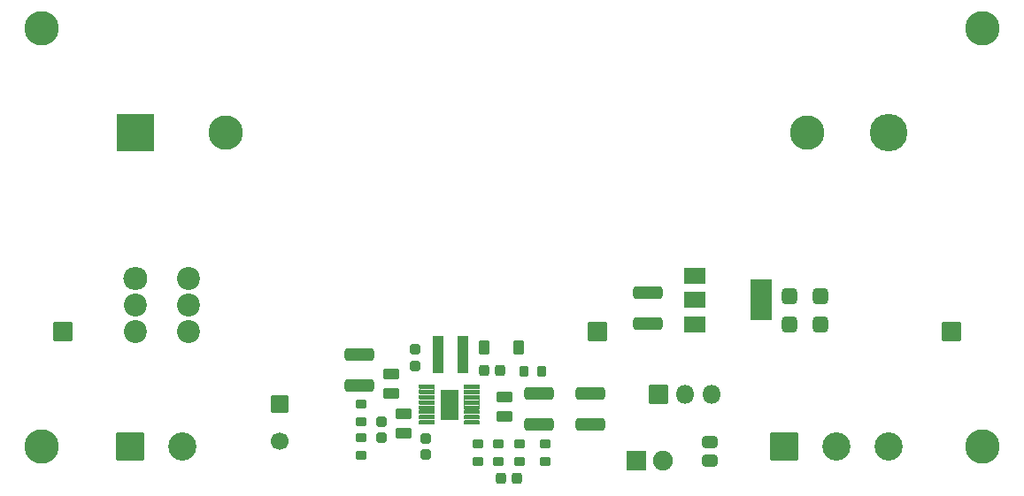
<source format=gts>
G04 #@! TF.GenerationSoftware,KiCad,Pcbnew,(6.0.0)*
G04 #@! TF.CreationDate,2022-01-21T19:36:15+00:00*
G04 #@! TF.ProjectId,MaxPower,4d617850-6f77-4657-922e-6b696361645f,rev?*
G04 #@! TF.SameCoordinates,Original*
G04 #@! TF.FileFunction,Soldermask,Top*
G04 #@! TF.FilePolarity,Negative*
%FSLAX46Y46*%
G04 Gerber Fmt 4.6, Leading zero omitted, Abs format (unit mm)*
G04 Created by KiCad (PCBNEW (6.0.0)) date 2022-01-21 19:36:15*
%MOMM*%
%LPD*%
G01*
G04 APERTURE LIST*
G04 Aperture macros list*
%AMRoundRect*
0 Rectangle with rounded corners*
0 $1 Rounding radius*
0 $2 $3 $4 $5 $6 $7 $8 $9 X,Y pos of 4 corners*
0 Add a 4 corners polygon primitive as box body*
4,1,4,$2,$3,$4,$5,$6,$7,$8,$9,$2,$3,0*
0 Add four circle primitives for the rounded corners*
1,1,$1+$1,$2,$3*
1,1,$1+$1,$4,$5*
1,1,$1+$1,$6,$7*
1,1,$1+$1,$8,$9*
0 Add four rect primitives between the rounded corners*
20,1,$1+$1,$2,$3,$4,$5,0*
20,1,$1+$1,$4,$5,$6,$7,0*
20,1,$1+$1,$6,$7,$8,$9,0*
20,1,$1+$1,$8,$9,$2,$3,0*%
G04 Aperture macros list end*
%ADD10RoundRect,0.050000X-1.000000X-0.750000X1.000000X-0.750000X1.000000X0.750000X-1.000000X0.750000X0*%
%ADD11RoundRect,0.050000X-1.000000X-1.900000X1.000000X-1.900000X1.000000X1.900000X-1.000000X1.900000X0*%
%ADD12RoundRect,0.050000X-1.300000X-1.300000X1.300000X-1.300000X1.300000X1.300000X-1.300000X1.300000X0*%
%ADD13C,2.700000*%
%ADD14RoundRect,0.275000X0.225000X0.250000X-0.225000X0.250000X-0.225000X-0.250000X0.225000X-0.250000X0*%
%ADD15RoundRect,0.300000X-0.475000X0.250000X-0.475000X-0.250000X0.475000X-0.250000X0.475000X0.250000X0*%
%ADD16RoundRect,0.275000X-0.250000X0.225000X-0.250000X-0.225000X0.250000X-0.225000X0.250000X0.225000X0*%
%ADD17O,2.300000X2.200000*%
%ADD18C,2.200000*%
%ADD19RoundRect,0.300000X-0.425000X0.450000X-0.425000X-0.450000X0.425000X-0.450000X0.425000X0.450000X0*%
%ADD20RoundRect,0.300000X-1.100000X0.325000X-1.100000X-0.325000X1.100000X-0.325000X1.100000X0.325000X0*%
%ADD21RoundRect,0.050000X-0.850000X-0.850000X0.850000X-0.850000X0.850000X0.850000X-0.850000X0.850000X0*%
%ADD22RoundRect,0.250000X-0.275000X0.200000X-0.275000X-0.200000X0.275000X-0.200000X0.275000X0.200000X0*%
%ADD23C,3.300000*%
%ADD24RoundRect,0.050000X-0.800000X0.800000X-0.800000X-0.800000X0.800000X-0.800000X0.800000X0.800000X0*%
%ADD25C,1.700000*%
%ADD26RoundRect,0.250000X0.275000X-0.200000X0.275000X0.200000X-0.275000X0.200000X-0.275000X-0.200000X0*%
%ADD27RoundRect,0.050000X-1.750000X-1.750000X1.750000X-1.750000X1.750000X1.750000X-1.750000X1.750000X0*%
%ADD28C,3.600000*%
%ADD29RoundRect,0.125000X-0.650000X-0.075000X0.650000X-0.075000X0.650000X0.075000X-0.650000X0.075000X0*%
%ADD30RoundRect,0.050000X-0.825500X-1.422500X0.825500X-1.422500X0.825500X1.422500X-0.825500X1.422500X0*%
%ADD31RoundRect,0.050000X0.850000X-0.850000X0.850000X0.850000X-0.850000X0.850000X-0.850000X-0.850000X0*%
%ADD32O,1.800000X1.800000*%
%ADD33RoundRect,0.050000X-0.900000X-0.900000X0.900000X-0.900000X0.900000X0.900000X-0.900000X0.900000X0*%
%ADD34C,1.900000*%
%ADD35RoundRect,0.300000X-0.450000X0.262500X-0.450000X-0.262500X0.450000X-0.262500X0.450000X0.262500X0*%
%ADD36RoundRect,0.300000X0.475000X-0.250000X0.475000X0.250000X-0.475000X0.250000X-0.475000X-0.250000X0*%
%ADD37RoundRect,0.300000X1.100000X-0.325000X1.100000X0.325000X-1.100000X0.325000X-1.100000X-0.325000X0*%
%ADD38RoundRect,0.050000X0.450000X0.600000X-0.450000X0.600000X-0.450000X-0.600000X0.450000X-0.600000X0*%
%ADD39RoundRect,0.050000X-0.490000X-1.700000X0.490000X-1.700000X0.490000X1.700000X-0.490000X1.700000X0*%
%ADD40RoundRect,0.250000X0.200000X0.275000X-0.200000X0.275000X-0.200000X-0.275000X0.200000X-0.275000X0*%
%ADD41RoundRect,0.275000X-0.225000X-0.250000X0.225000X-0.250000X0.225000X0.250000X-0.225000X0.250000X0*%
G04 APERTURE END LIST*
D10*
X167500000Y-128700000D03*
X167500000Y-131000000D03*
D11*
X173800000Y-131000000D03*
D10*
X167500000Y-133300000D03*
D12*
X113500000Y-145000000D03*
D13*
X118500000Y-145000000D03*
D14*
X150475000Y-148100000D03*
X148925000Y-148100000D03*
D15*
X139600000Y-141850000D03*
X139600000Y-143750000D03*
D16*
X137500000Y-142625000D03*
X137500000Y-144175000D03*
X140700000Y-135725000D03*
X140700000Y-137275000D03*
D17*
X113960000Y-128960000D03*
D18*
X113960000Y-131500000D03*
X113960000Y-134040000D03*
X119040000Y-134040000D03*
X119040000Y-131500000D03*
X119040000Y-128960000D03*
D19*
X176500000Y-130650000D03*
X176500000Y-133350000D03*
D20*
X152600000Y-139975000D03*
X152600000Y-142925000D03*
D21*
X158200000Y-134000000D03*
D22*
X146700000Y-144775000D03*
X146700000Y-146425000D03*
D15*
X149300000Y-140250000D03*
X149300000Y-142150000D03*
D19*
X179500000Y-130650000D03*
X179500000Y-133350000D03*
D23*
X195000000Y-105000000D03*
X105000000Y-105000000D03*
D16*
X141750000Y-144225000D03*
X141750000Y-145775000D03*
D24*
X127762000Y-140970000D03*
D25*
X127762000Y-144470000D03*
D26*
X150700000Y-146425000D03*
X150700000Y-144775000D03*
D23*
X178255000Y-115000000D03*
X122645000Y-115000000D03*
D27*
X114000000Y-115000000D03*
D28*
X186000000Y-115000000D03*
D29*
X141850000Y-139250000D03*
X141850000Y-139750000D03*
X141850000Y-140250000D03*
X141850000Y-140750000D03*
X141850000Y-141250000D03*
X141850000Y-141750000D03*
X141850000Y-142250000D03*
X141850000Y-142750000D03*
X146150000Y-142750000D03*
X146150000Y-142250000D03*
X146150000Y-141750000D03*
X146150000Y-141250000D03*
X146150000Y-140750000D03*
X146150000Y-140250000D03*
X146150000Y-139750000D03*
X146150000Y-139250000D03*
D30*
X144000000Y-141000000D03*
D31*
X164000000Y-140000000D03*
D32*
X166540000Y-140000000D03*
X169080000Y-140000000D03*
D33*
X161900000Y-146400000D03*
D34*
X164440000Y-146400000D03*
D35*
X168900000Y-144587500D03*
X168900000Y-146412500D03*
D36*
X138400000Y-139950000D03*
X138400000Y-138050000D03*
D20*
X157500000Y-139975000D03*
X157500000Y-142925000D03*
D37*
X135400000Y-139192000D03*
X135400000Y-136242000D03*
D38*
X150650000Y-135500000D03*
X147350000Y-135500000D03*
D37*
X163000000Y-133275000D03*
X163000000Y-130325000D03*
D22*
X153200000Y-144775000D03*
X153200000Y-146425000D03*
D23*
X195000000Y-145000000D03*
D39*
X142915000Y-136250000D03*
X145285000Y-136250000D03*
D23*
X105000000Y-145000000D03*
D21*
X107000000Y-134000000D03*
D22*
X135600000Y-144175000D03*
X135600000Y-145825000D03*
D26*
X148700000Y-146425000D03*
X148700000Y-144775000D03*
D40*
X152825000Y-137800000D03*
X151175000Y-137800000D03*
D12*
X176000000Y-145000000D03*
D13*
X181000000Y-145000000D03*
X186000000Y-145000000D03*
D41*
X147325000Y-137750000D03*
X148875000Y-137750000D03*
D21*
X192000000Y-134000000D03*
D22*
X135600000Y-140975000D03*
X135600000Y-142625000D03*
G36*
X145418024Y-142415267D02*
G01*
X145452944Y-142438600D01*
X145500199Y-142448000D01*
X146799801Y-142448000D01*
X146847056Y-142438600D01*
X146881976Y-142415267D01*
X146883972Y-142415136D01*
X146885083Y-142416799D01*
X146884750Y-142418041D01*
X146876550Y-142430314D01*
X146855433Y-142497753D01*
X146876559Y-142569700D01*
X146884750Y-142581959D01*
X146884881Y-142583955D01*
X146883218Y-142585066D01*
X146881976Y-142584733D01*
X146847056Y-142561400D01*
X146799801Y-142552000D01*
X145500199Y-142552000D01*
X145452944Y-142561400D01*
X145418024Y-142584733D01*
X145416028Y-142584864D01*
X145414917Y-142583201D01*
X145415250Y-142581959D01*
X145423450Y-142569686D01*
X145444567Y-142502247D01*
X145423441Y-142430300D01*
X145415250Y-142418041D01*
X145415119Y-142416045D01*
X145416782Y-142414934D01*
X145418024Y-142415267D01*
G37*
G36*
X141118024Y-142415267D02*
G01*
X141152944Y-142438600D01*
X141200199Y-142448000D01*
X142499801Y-142448000D01*
X142547056Y-142438600D01*
X142581976Y-142415267D01*
X142583972Y-142415136D01*
X142585083Y-142416799D01*
X142584750Y-142418041D01*
X142576550Y-142430314D01*
X142555433Y-142497753D01*
X142576559Y-142569700D01*
X142584750Y-142581959D01*
X142584881Y-142583955D01*
X142583218Y-142585066D01*
X142581976Y-142584733D01*
X142547056Y-142561400D01*
X142499801Y-142552000D01*
X141200199Y-142552000D01*
X141152944Y-142561400D01*
X141118024Y-142584733D01*
X141116028Y-142584864D01*
X141114917Y-142583201D01*
X141115250Y-142581959D01*
X141123450Y-142569686D01*
X141144567Y-142502247D01*
X141123441Y-142430300D01*
X141115250Y-142418041D01*
X141115119Y-142416045D01*
X141116782Y-142414934D01*
X141118024Y-142415267D01*
G37*
G36*
X141118024Y-141915267D02*
G01*
X141152944Y-141938600D01*
X141200199Y-141948000D01*
X142499801Y-141948000D01*
X142547056Y-141938600D01*
X142581976Y-141915267D01*
X142583972Y-141915136D01*
X142585083Y-141916799D01*
X142584750Y-141918041D01*
X142576550Y-141930314D01*
X142555433Y-141997753D01*
X142576559Y-142069700D01*
X142584750Y-142081959D01*
X142584881Y-142083955D01*
X142583218Y-142085066D01*
X142581976Y-142084733D01*
X142547056Y-142061400D01*
X142499801Y-142052000D01*
X141200199Y-142052000D01*
X141152944Y-142061400D01*
X141118024Y-142084733D01*
X141116028Y-142084864D01*
X141114917Y-142083201D01*
X141115250Y-142081959D01*
X141123450Y-142069686D01*
X141144567Y-142002247D01*
X141123441Y-141930300D01*
X141115250Y-141918041D01*
X141115119Y-141916045D01*
X141116782Y-141914934D01*
X141118024Y-141915267D01*
G37*
G36*
X145418024Y-141915267D02*
G01*
X145452944Y-141938600D01*
X145500199Y-141948000D01*
X146799801Y-141948000D01*
X146847056Y-141938600D01*
X146881976Y-141915267D01*
X146883972Y-141915136D01*
X146885083Y-141916799D01*
X146884750Y-141918041D01*
X146876550Y-141930314D01*
X146855433Y-141997753D01*
X146876559Y-142069700D01*
X146884750Y-142081959D01*
X146884881Y-142083955D01*
X146883218Y-142085066D01*
X146881976Y-142084733D01*
X146847056Y-142061400D01*
X146799801Y-142052000D01*
X145500199Y-142052000D01*
X145452944Y-142061400D01*
X145418024Y-142084733D01*
X145416028Y-142084864D01*
X145414917Y-142083201D01*
X145415250Y-142081959D01*
X145423450Y-142069686D01*
X145444567Y-142002247D01*
X145423441Y-141930300D01*
X145415250Y-141918041D01*
X145415119Y-141916045D01*
X145416782Y-141914934D01*
X145418024Y-141915267D01*
G37*
G36*
X145418024Y-141415267D02*
G01*
X145452944Y-141438600D01*
X145500199Y-141448000D01*
X146799801Y-141448000D01*
X146847056Y-141438600D01*
X146881976Y-141415267D01*
X146883972Y-141415136D01*
X146885083Y-141416799D01*
X146884750Y-141418041D01*
X146876550Y-141430314D01*
X146855433Y-141497753D01*
X146876559Y-141569700D01*
X146884750Y-141581959D01*
X146884881Y-141583955D01*
X146883218Y-141585066D01*
X146881976Y-141584733D01*
X146847056Y-141561400D01*
X146799801Y-141552000D01*
X145500199Y-141552000D01*
X145452944Y-141561400D01*
X145418024Y-141584733D01*
X145416028Y-141584864D01*
X145414917Y-141583201D01*
X145415250Y-141581959D01*
X145423450Y-141569686D01*
X145444567Y-141502247D01*
X145423441Y-141430300D01*
X145415250Y-141418041D01*
X145415119Y-141416045D01*
X145416782Y-141414934D01*
X145418024Y-141415267D01*
G37*
G36*
X141118024Y-141415267D02*
G01*
X141152944Y-141438600D01*
X141200199Y-141448000D01*
X142499801Y-141448000D01*
X142547056Y-141438600D01*
X142581976Y-141415267D01*
X142583972Y-141415136D01*
X142585083Y-141416799D01*
X142584750Y-141418041D01*
X142576550Y-141430314D01*
X142555433Y-141497753D01*
X142576559Y-141569700D01*
X142584750Y-141581959D01*
X142584881Y-141583955D01*
X142583218Y-141585066D01*
X142581976Y-141584733D01*
X142547056Y-141561400D01*
X142499801Y-141552000D01*
X141200199Y-141552000D01*
X141152944Y-141561400D01*
X141118024Y-141584733D01*
X141116028Y-141584864D01*
X141114917Y-141583201D01*
X141115250Y-141581959D01*
X141123450Y-141569686D01*
X141144567Y-141502247D01*
X141123441Y-141430300D01*
X141115250Y-141418041D01*
X141115119Y-141416045D01*
X141116782Y-141414934D01*
X141118024Y-141415267D01*
G37*
G36*
X141118024Y-140915267D02*
G01*
X141152944Y-140938600D01*
X141200199Y-140948000D01*
X142499801Y-140948000D01*
X142547056Y-140938600D01*
X142581976Y-140915267D01*
X142583972Y-140915136D01*
X142585083Y-140916799D01*
X142584750Y-140918041D01*
X142576550Y-140930314D01*
X142555433Y-140997753D01*
X142576559Y-141069700D01*
X142584750Y-141081959D01*
X142584881Y-141083955D01*
X142583218Y-141085066D01*
X142581976Y-141084733D01*
X142547056Y-141061400D01*
X142499801Y-141052000D01*
X141200199Y-141052000D01*
X141152944Y-141061400D01*
X141118024Y-141084733D01*
X141116028Y-141084864D01*
X141114917Y-141083201D01*
X141115250Y-141081959D01*
X141123450Y-141069686D01*
X141144567Y-141002247D01*
X141123441Y-140930300D01*
X141115250Y-140918041D01*
X141115119Y-140916045D01*
X141116782Y-140914934D01*
X141118024Y-140915267D01*
G37*
G36*
X145418024Y-140915267D02*
G01*
X145452944Y-140938600D01*
X145500199Y-140948000D01*
X146799801Y-140948000D01*
X146847056Y-140938600D01*
X146881976Y-140915267D01*
X146883972Y-140915136D01*
X146885083Y-140916799D01*
X146884750Y-140918041D01*
X146876550Y-140930314D01*
X146855433Y-140997753D01*
X146876559Y-141069700D01*
X146884750Y-141081959D01*
X146884881Y-141083955D01*
X146883218Y-141085066D01*
X146881976Y-141084733D01*
X146847056Y-141061400D01*
X146799801Y-141052000D01*
X145500199Y-141052000D01*
X145452944Y-141061400D01*
X145418024Y-141084733D01*
X145416028Y-141084864D01*
X145414917Y-141083201D01*
X145415250Y-141081959D01*
X145423450Y-141069686D01*
X145444567Y-141002247D01*
X145423441Y-140930300D01*
X145415250Y-140918041D01*
X145415119Y-140916045D01*
X145416782Y-140914934D01*
X145418024Y-140915267D01*
G37*
G36*
X145418024Y-140415267D02*
G01*
X145452944Y-140438600D01*
X145500199Y-140448000D01*
X146799801Y-140448000D01*
X146847056Y-140438600D01*
X146881976Y-140415267D01*
X146883972Y-140415136D01*
X146885083Y-140416799D01*
X146884750Y-140418041D01*
X146876550Y-140430314D01*
X146855433Y-140497753D01*
X146876559Y-140569700D01*
X146884750Y-140581959D01*
X146884881Y-140583955D01*
X146883218Y-140585066D01*
X146881976Y-140584733D01*
X146847056Y-140561400D01*
X146799801Y-140552000D01*
X145500199Y-140552000D01*
X145452944Y-140561400D01*
X145418024Y-140584733D01*
X145416028Y-140584864D01*
X145414917Y-140583201D01*
X145415250Y-140581959D01*
X145423450Y-140569686D01*
X145444567Y-140502247D01*
X145423441Y-140430300D01*
X145415250Y-140418041D01*
X145415119Y-140416045D01*
X145416782Y-140414934D01*
X145418024Y-140415267D01*
G37*
G36*
X141118024Y-140415267D02*
G01*
X141152944Y-140438600D01*
X141200199Y-140448000D01*
X142499801Y-140448000D01*
X142547056Y-140438600D01*
X142581976Y-140415267D01*
X142583972Y-140415136D01*
X142585083Y-140416799D01*
X142584750Y-140418041D01*
X142576550Y-140430314D01*
X142555433Y-140497753D01*
X142576559Y-140569700D01*
X142584750Y-140581959D01*
X142584881Y-140583955D01*
X142583218Y-140585066D01*
X142581976Y-140584733D01*
X142547056Y-140561400D01*
X142499801Y-140552000D01*
X141200199Y-140552000D01*
X141152944Y-140561400D01*
X141118024Y-140584733D01*
X141116028Y-140584864D01*
X141114917Y-140583201D01*
X141115250Y-140581959D01*
X141123450Y-140569686D01*
X141144567Y-140502247D01*
X141123441Y-140430300D01*
X141115250Y-140418041D01*
X141115119Y-140416045D01*
X141116782Y-140414934D01*
X141118024Y-140415267D01*
G37*
G36*
X145418024Y-139915267D02*
G01*
X145452944Y-139938600D01*
X145500199Y-139948000D01*
X146799801Y-139948000D01*
X146847056Y-139938600D01*
X146881976Y-139915267D01*
X146883972Y-139915136D01*
X146885083Y-139916799D01*
X146884750Y-139918041D01*
X146876550Y-139930314D01*
X146855433Y-139997753D01*
X146876559Y-140069700D01*
X146884750Y-140081959D01*
X146884881Y-140083955D01*
X146883218Y-140085066D01*
X146881976Y-140084733D01*
X146847056Y-140061400D01*
X146799801Y-140052000D01*
X145500199Y-140052000D01*
X145452944Y-140061400D01*
X145418024Y-140084733D01*
X145416028Y-140084864D01*
X145414917Y-140083201D01*
X145415250Y-140081959D01*
X145423450Y-140069686D01*
X145444567Y-140002247D01*
X145423441Y-139930300D01*
X145415250Y-139918041D01*
X145415119Y-139916045D01*
X145416782Y-139914934D01*
X145418024Y-139915267D01*
G37*
G36*
X141118024Y-139915267D02*
G01*
X141152944Y-139938600D01*
X141200199Y-139948000D01*
X142499801Y-139948000D01*
X142547056Y-139938600D01*
X142581976Y-139915267D01*
X142583972Y-139915136D01*
X142585083Y-139916799D01*
X142584750Y-139918041D01*
X142576550Y-139930314D01*
X142555433Y-139997753D01*
X142576559Y-140069700D01*
X142584750Y-140081959D01*
X142584881Y-140083955D01*
X142583218Y-140085066D01*
X142581976Y-140084733D01*
X142547056Y-140061400D01*
X142499801Y-140052000D01*
X141200199Y-140052000D01*
X141152944Y-140061400D01*
X141118024Y-140084733D01*
X141116028Y-140084864D01*
X141114917Y-140083201D01*
X141115250Y-140081959D01*
X141123450Y-140069686D01*
X141144567Y-140002247D01*
X141123441Y-139930300D01*
X141115250Y-139918041D01*
X141115119Y-139916045D01*
X141116782Y-139914934D01*
X141118024Y-139915267D01*
G37*
G36*
X141118024Y-139415267D02*
G01*
X141152944Y-139438600D01*
X141200199Y-139448000D01*
X142499801Y-139448000D01*
X142547056Y-139438600D01*
X142581976Y-139415267D01*
X142583972Y-139415136D01*
X142585083Y-139416799D01*
X142584750Y-139418041D01*
X142576550Y-139430314D01*
X142555433Y-139497753D01*
X142576559Y-139569700D01*
X142584750Y-139581959D01*
X142584881Y-139583955D01*
X142583218Y-139585066D01*
X142581976Y-139584733D01*
X142547056Y-139561400D01*
X142499801Y-139552000D01*
X141200199Y-139552000D01*
X141152944Y-139561400D01*
X141118024Y-139584733D01*
X141116028Y-139584864D01*
X141114917Y-139583201D01*
X141115250Y-139581959D01*
X141123450Y-139569686D01*
X141144567Y-139502247D01*
X141123441Y-139430300D01*
X141115250Y-139418041D01*
X141115119Y-139416045D01*
X141116782Y-139414934D01*
X141118024Y-139415267D01*
G37*
G36*
X145418024Y-139415267D02*
G01*
X145452944Y-139438600D01*
X145500199Y-139448000D01*
X146799801Y-139448000D01*
X146847056Y-139438600D01*
X146881976Y-139415267D01*
X146883972Y-139415136D01*
X146885083Y-139416799D01*
X146884750Y-139418041D01*
X146876550Y-139430314D01*
X146855433Y-139497753D01*
X146876559Y-139569700D01*
X146884750Y-139581959D01*
X146884881Y-139583955D01*
X146883218Y-139585066D01*
X146881976Y-139584733D01*
X146847056Y-139561400D01*
X146799801Y-139552000D01*
X145500199Y-139552000D01*
X145452944Y-139561400D01*
X145418024Y-139584733D01*
X145416028Y-139584864D01*
X145414917Y-139583201D01*
X145415250Y-139581959D01*
X145423450Y-139569686D01*
X145444567Y-139502247D01*
X145423441Y-139430300D01*
X145415250Y-139418041D01*
X145415119Y-139416045D01*
X145416782Y-139414934D01*
X145418024Y-139415267D01*
G37*
M02*

</source>
